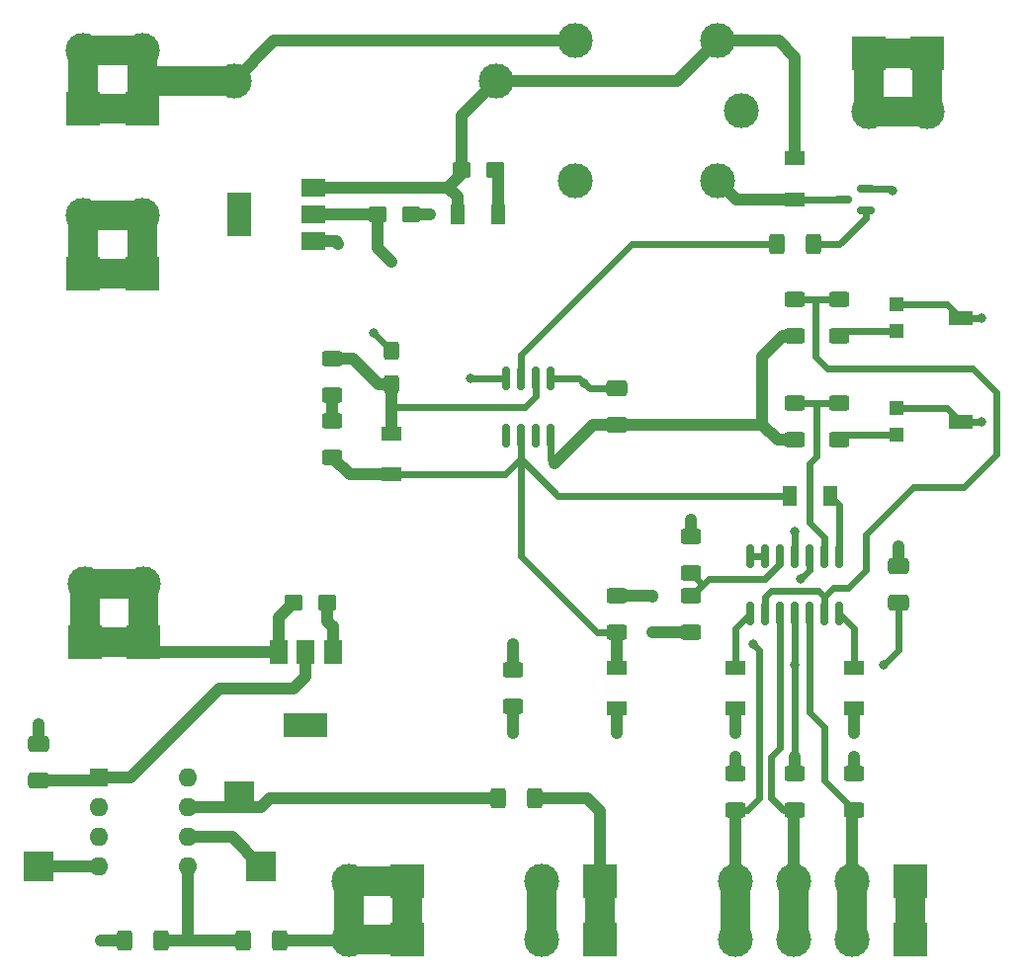
<source format=gtl>
%TF.GenerationSoftware,KiCad,Pcbnew,(6.0.4)*%
%TF.CreationDate,2022-07-09T00:06:40+02:00*%
%TF.ProjectId,BSPDandIndication,42535044-616e-4644-996e-646963617469,1.0*%
%TF.SameCoordinates,Original*%
%TF.FileFunction,Copper,L1,Top*%
%TF.FilePolarity,Positive*%
%FSLAX46Y46*%
G04 Gerber Fmt 4.6, Leading zero omitted, Abs format (unit mm)*
G04 Created by KiCad (PCBNEW (6.0.4)) date 2022-07-09 00:06:40*
%MOMM*%
%LPD*%
G01*
G04 APERTURE LIST*
G04 Aperture macros list*
%AMRoundRect*
0 Rectangle with rounded corners*
0 $1 Rounding radius*
0 $2 $3 $4 $5 $6 $7 $8 $9 X,Y pos of 4 corners*
0 Add a 4 corners polygon primitive as box body*
4,1,4,$2,$3,$4,$5,$6,$7,$8,$9,$2,$3,0*
0 Add four circle primitives for the rounded corners*
1,1,$1+$1,$2,$3*
1,1,$1+$1,$4,$5*
1,1,$1+$1,$6,$7*
1,1,$1+$1,$8,$9*
0 Add four rect primitives between the rounded corners*
20,1,$1+$1,$2,$3,$4,$5,0*
20,1,$1+$1,$4,$5,$6,$7,0*
20,1,$1+$1,$6,$7,$8,$9,0*
20,1,$1+$1,$8,$9,$2,$3,0*%
G04 Aperture macros list end*
%TA.AperFunction,SMDPad,CuDef*%
%ADD10R,2.000000X1.500000*%
%TD*%
%TA.AperFunction,SMDPad,CuDef*%
%ADD11R,2.000000X3.800000*%
%TD*%
%TA.AperFunction,SMDPad,CuDef*%
%ADD12R,1.300000X1.300000*%
%TD*%
%TA.AperFunction,SMDPad,CuDef*%
%ADD13R,2.000000X1.300000*%
%TD*%
%TA.AperFunction,ComponentPad*%
%ADD14R,3.000000X3.000000*%
%TD*%
%TA.AperFunction,ComponentPad*%
%ADD15C,3.000000*%
%TD*%
%TA.AperFunction,SMDPad,CuDef*%
%ADD16RoundRect,0.250000X0.625000X-0.400000X0.625000X0.400000X-0.625000X0.400000X-0.625000X-0.400000X0*%
%TD*%
%TA.AperFunction,SMDPad,CuDef*%
%ADD17RoundRect,0.250000X-0.625000X0.400000X-0.625000X-0.400000X0.625000X-0.400000X0.625000X0.400000X0*%
%TD*%
%TA.AperFunction,SMDPad,CuDef*%
%ADD18RoundRect,0.150000X0.150000X-0.825000X0.150000X0.825000X-0.150000X0.825000X-0.150000X-0.825000X0*%
%TD*%
%TA.AperFunction,SMDPad,CuDef*%
%ADD19R,2.500000X2.500000*%
%TD*%
%TA.AperFunction,SMDPad,CuDef*%
%ADD20RoundRect,0.250000X0.650000X-0.412500X0.650000X0.412500X-0.650000X0.412500X-0.650000X-0.412500X0*%
%TD*%
%TA.AperFunction,SMDPad,CuDef*%
%ADD21RoundRect,0.250000X-0.400000X-0.625000X0.400000X-0.625000X0.400000X0.625000X-0.400000X0.625000X0*%
%TD*%
%TA.AperFunction,SMDPad,CuDef*%
%ADD22RoundRect,0.250000X0.425000X-0.537500X0.425000X0.537500X-0.425000X0.537500X-0.425000X-0.537500X0*%
%TD*%
%TA.AperFunction,SMDPad,CuDef*%
%ADD23R,1.500000X2.000000*%
%TD*%
%TA.AperFunction,SMDPad,CuDef*%
%ADD24R,3.800000X2.000000*%
%TD*%
%TA.AperFunction,ComponentPad*%
%ADD25R,1.600000X1.600000*%
%TD*%
%TA.AperFunction,ComponentPad*%
%ADD26O,1.600000X1.600000*%
%TD*%
%TA.AperFunction,SMDPad,CuDef*%
%ADD27R,1.300000X1.700000*%
%TD*%
%TA.AperFunction,SMDPad,CuDef*%
%ADD28RoundRect,0.250000X-0.537500X-0.425000X0.537500X-0.425000X0.537500X0.425000X-0.537500X0.425000X0*%
%TD*%
%TA.AperFunction,SMDPad,CuDef*%
%ADD29RoundRect,0.250000X0.400000X0.625000X-0.400000X0.625000X-0.400000X-0.625000X0.400000X-0.625000X0*%
%TD*%
%TA.AperFunction,SMDPad,CuDef*%
%ADD30RoundRect,0.150000X0.587500X0.150000X-0.587500X0.150000X-0.587500X-0.150000X0.587500X-0.150000X0*%
%TD*%
%TA.AperFunction,SMDPad,CuDef*%
%ADD31R,1.700000X1.300000*%
%TD*%
%TA.AperFunction,SMDPad,CuDef*%
%ADD32RoundRect,0.150000X-0.150000X0.825000X-0.150000X-0.825000X0.150000X-0.825000X0.150000X0.825000X0*%
%TD*%
%TA.AperFunction,ViaPad*%
%ADD33C,0.800000*%
%TD*%
%TA.AperFunction,Conductor*%
%ADD34C,1.000000*%
%TD*%
%TA.AperFunction,Conductor*%
%ADD35C,0.600000*%
%TD*%
%TA.AperFunction,Conductor*%
%ADD36C,2.500000*%
%TD*%
G04 APERTURE END LIST*
D10*
%TO.P,U1,1,GND*%
%TO.N,GND*%
X46711000Y-34685000D03*
%TO.P,U1,2,VO*%
%TO.N,+5V*%
X46711000Y-32385000D03*
%TO.P,U1,3,VI*%
%TO.N,+12V*%
X46711000Y-30085000D03*
D11*
%TO.P,U1,4*%
%TO.N,N/C*%
X40411000Y-32385000D03*
%TD*%
D12*
%TO.P,RV2,1,1*%
%TO.N,Net-(R9-Pad2)*%
X96691000Y-51315000D03*
D13*
%TO.P,RV2,2,2*%
%TO.N,GND*%
X102191000Y-50165000D03*
D12*
%TO.P,RV2,3,3*%
X96691000Y-49015000D03*
%TD*%
D14*
%TO.P,J5,1,Pin_1*%
%TO.N,LED*%
X71318500Y-89522500D03*
X71318500Y-94522500D03*
D15*
%TO.P,J5,2,Pin_2*%
%TO.N,GND*%
X66318500Y-94522500D03*
X66318500Y-89522500D03*
%TD*%
D16*
%TO.P,R16,1*%
%TO.N,Net-(R15-Pad2)*%
X48387000Y-47879000D03*
%TO.P,R16,2*%
%TO.N,Net-(C7-Pad1)*%
X48387000Y-44779000D03*
%TD*%
D14*
%TO.P,J4,1,Pin_1*%
%TO.N,GND*%
X97908500Y-89522500D03*
X97908500Y-94522500D03*
D15*
%TO.P,J4,2,Pin_2*%
%TO.N,Brake2*%
X92908500Y-89522500D03*
X92908500Y-94522500D03*
%TO.P,J4,3,Pin_3*%
%TO.N,Brake1*%
X87908500Y-94522500D03*
X87908500Y-89522500D03*
%TO.P,J4,4,Pin_4*%
%TO.N,TPS*%
X82908500Y-89522500D03*
X82908500Y-94522500D03*
%TD*%
D17*
%TO.P,R5,1*%
%TO.N,Brake_ref*%
X91821000Y-39725000D03*
%TO.P,R5,2*%
%TO.N,Net-(R5-Pad2)*%
X91821000Y-42825000D03*
%TD*%
D18*
%TO.P,U4,1*%
%TO.N,Net-(D2-Pad2)*%
X84201000Y-66610000D03*
%TO.P,U4,2,-*%
%TO.N,Brake_ref*%
X85471000Y-66610000D03*
%TO.P,U4,3,+*%
%TO.N,Brake1*%
X86741000Y-66610000D03*
%TO.P,U4,4,V+*%
%TO.N,+5V*%
X88011000Y-66610000D03*
%TO.P,U4,5,+*%
%TO.N,Brake2*%
X89281000Y-66610000D03*
%TO.P,U4,6,-*%
%TO.N,Brake_ref*%
X90551000Y-66610000D03*
%TO.P,U4,7*%
%TO.N,Net-(D3-Pad2)*%
X91821000Y-66610000D03*
%TO.P,U4,8*%
%TO.N,Net-(D6-Pad1)*%
X91821000Y-61660000D03*
%TO.P,U4,9,-*%
%TO.N,TPS_ref*%
X90551000Y-61660000D03*
%TO.P,U4,10,+*%
%TO.N,TPS*%
X89281000Y-61660000D03*
%TO.P,U4,11,V-*%
%TO.N,GND*%
X88011000Y-61660000D03*
%TO.P,U4,12,+*%
%TO.N,Net-(R10-Pad2)*%
X86741000Y-61660000D03*
%TO.P,U4,13,-*%
%TO.N,Net-(U4-Pad13)*%
X85471000Y-61660000D03*
%TO.P,U4,14*%
X84201000Y-61660000D03*
%TD*%
D19*
%TO.P,TP2,1,1*%
%TO.N,Net-(R6-Pad2)*%
X40386000Y-82296000D03*
%TD*%
D16*
%TO.P,R11,1*%
%TO.N,Net-(R10-Pad2)*%
X79121000Y-63145000D03*
%TO.P,R11,2*%
%TO.N,GND*%
X79121000Y-60045000D03*
%TD*%
%TO.P,R10,1*%
%TO.N,+5V*%
X79121000Y-68225000D03*
%TO.P,R10,2*%
%TO.N,Net-(R10-Pad2)*%
X79121000Y-65125000D03*
%TD*%
D20*
%TO.P,C4,1*%
%TO.N,Net-(C4-Pad1)*%
X23241000Y-80937500D03*
%TO.P,C4,2*%
%TO.N,GND*%
X23241000Y-77812500D03*
%TD*%
D21*
%TO.P,R13,1*%
%TO.N,RELAY*%
X86461000Y-34925000D03*
%TO.P,R13,2*%
%TO.N,Net-(Q1-Pad1)*%
X89561000Y-34925000D03*
%TD*%
D22*
%TO.P,C7,1*%
%TO.N,Net-(C7-Pad1)*%
X53467000Y-46944000D03*
%TO.P,C7,2*%
%TO.N,GND*%
X53467000Y-44069000D03*
%TD*%
D20*
%TO.P,C5,1*%
%TO.N,+5V*%
X72771000Y-50457500D03*
%TO.P,C5,2*%
%TO.N,GND*%
X72771000Y-47332500D03*
%TD*%
D16*
%TO.P,R4,1*%
%TO.N,+5V*%
X88011000Y-42825000D03*
%TO.P,R4,2*%
%TO.N,Brake_ref*%
X88011000Y-39725000D03*
%TD*%
D23*
%TO.P,U2,1,GND*%
%TO.N,GND*%
X48401000Y-69875000D03*
%TO.P,U2,2,VO*%
%TO.N,Net-(C4-Pad1)*%
X46101000Y-69875000D03*
%TO.P,U2,3,VI*%
%TO.N,12V_Telem*%
X43801000Y-69875000D03*
D24*
%TO.P,U2,4*%
%TO.N,N/C*%
X46101000Y-76175000D03*
%TD*%
D25*
%TO.P,U3,1,VDD*%
%TO.N,Net-(C4-Pad1)*%
X28331000Y-80655000D03*
D26*
%TO.P,U3,2,GP5*%
%TO.N,unconnected-(U3-Pad2)*%
X28331000Y-83195000D03*
%TO.P,U3,3,GP4*%
%TO.N,unconnected-(U3-Pad3)*%
X28331000Y-85735000D03*
%TO.P,U3,4,GP3*%
%TO.N,Net-(TP3-Pad1)*%
X28331000Y-88275000D03*
%TO.P,U3,5,GP2*%
%TO.N,Net-(R17-Pad2)*%
X35951000Y-88275000D03*
%TO.P,U3,6,GP1*%
%TO.N,Net-(TP1-Pad1)*%
X35951000Y-85735000D03*
%TO.P,U3,7,GP0*%
%TO.N,Net-(R6-Pad2)*%
X35951000Y-83195000D03*
%TO.P,U3,8,VSS*%
%TO.N,GND*%
X35951000Y-80655000D03*
%TD*%
D19*
%TO.P,TP1,1,1*%
%TO.N,Net-(TP1-Pad1)*%
X42291000Y-88265000D03*
%TD*%
D16*
%TO.P,R8,1*%
%TO.N,+5V*%
X88011000Y-51715000D03*
%TO.P,R8,2*%
%TO.N,TPS_ref*%
X88011000Y-48615000D03*
%TD*%
D17*
%TO.P,R2,1*%
%TO.N,+5V*%
X88011000Y-80365000D03*
%TO.P,R2,2*%
%TO.N,Brake1*%
X88011000Y-83465000D03*
%TD*%
D12*
%TO.P,RV1,1,1*%
%TO.N,Net-(R5-Pad2)*%
X96691000Y-42425000D03*
D13*
%TO.P,RV1,2,2*%
%TO.N,GND*%
X102191000Y-41275000D03*
D12*
%TO.P,RV1,3,3*%
X96691000Y-40125000D03*
%TD*%
D14*
%TO.P,J6,1,Pin_1*%
%TO.N,Net-(K1-Pad11)*%
X99348500Y-18597500D03*
X94348500Y-18597500D03*
D15*
%TO.P,J6,2,Pin_2*%
X94348500Y-23597500D03*
X99348500Y-23597500D03*
%TD*%
D27*
%TO.P,D6,1,K*%
%TO.N,Net-(D6-Pad1)*%
X91031000Y-56515000D03*
%TO.P,D6,2,A*%
%TO.N,/(A+B)C*%
X87531000Y-56515000D03*
%TD*%
D14*
%TO.P,J3,1,Pin_1*%
%TO.N,12V_Telem*%
X27143500Y-69032500D03*
X32143500Y-69032500D03*
D15*
%TO.P,J3,2,Pin_2*%
X27143500Y-64032500D03*
X32143500Y-64032500D03*
%TD*%
D17*
%TO.P,R3,1*%
%TO.N,+5V*%
X93091000Y-80365000D03*
%TO.P,R3,2*%
%TO.N,Brake2*%
X93091000Y-83465000D03*
%TD*%
D28*
%TO.P,C1,1*%
%TO.N,+12V*%
X59423500Y-28575000D03*
%TO.P,C1,2*%
%TO.N,GND*%
X62298500Y-28575000D03*
%TD*%
D14*
%TO.P,J1,1,Pin_1*%
%TO.N,+12C*%
X32051000Y-23312500D03*
X27051000Y-23312500D03*
D15*
%TO.P,J1,2,Pin_2*%
X27051000Y-18312500D03*
X32051000Y-18312500D03*
%TD*%
D29*
%TO.P,R6,1*%
%TO.N,LED*%
X65685000Y-82423000D03*
%TO.P,R6,2*%
%TO.N,Net-(R6-Pad2)*%
X62585000Y-82423000D03*
%TD*%
D20*
%TO.P,C3,1*%
%TO.N,+5V*%
X96901000Y-65697500D03*
%TO.P,C3,2*%
%TO.N,GND*%
X96901000Y-62572500D03*
%TD*%
D27*
%TO.P,D1,1,K*%
%TO.N,+12V*%
X59111000Y-32385000D03*
%TO.P,D1,2,A*%
%TO.N,GND*%
X62611000Y-32385000D03*
%TD*%
D17*
%TO.P,R14,1*%
%TO.N,+5V*%
X72771000Y-65125000D03*
%TO.P,R14,2*%
%TO.N,/(A+B)C*%
X72771000Y-68225000D03*
%TD*%
%TO.P,R9,1*%
%TO.N,TPS_ref*%
X91821000Y-48615000D03*
%TO.P,R9,2*%
%TO.N,Net-(R9-Pad2)*%
X91821000Y-51715000D03*
%TD*%
D30*
%TO.P,Q1,1,B*%
%TO.N,Net-(Q1-Pad1)*%
X94028500Y-32065000D03*
%TO.P,Q1,2,E*%
%TO.N,GND*%
X94028500Y-30165000D03*
%TO.P,Q1,3,C*%
%TO.N,Net-(D4-Pad2)*%
X92153500Y-31115000D03*
%TD*%
D28*
%TO.P,C6,1*%
%TO.N,+5V*%
X52283500Y-32385000D03*
%TO.P,C6,2*%
%TO.N,GND*%
X55158500Y-32385000D03*
%TD*%
%TO.P,C2,1*%
%TO.N,12V_Telem*%
X45085000Y-65659000D03*
%TO.P,C2,2*%
%TO.N,GND*%
X47960000Y-65659000D03*
%TD*%
D31*
%TO.P,D5,1,K*%
%TO.N,Net-(D2-Pad1)*%
X72771000Y-74775000D03*
%TO.P,D5,2,A*%
%TO.N,/(A+B)C*%
X72771000Y-71275000D03*
%TD*%
D21*
%TO.P,R17,1*%
%TO.N,GND*%
X30581000Y-94615000D03*
%TO.P,R17,2*%
%TO.N,Net-(R17-Pad2)*%
X33681000Y-94615000D03*
%TD*%
D14*
%TO.P,J2,1,Pin_1*%
%TO.N,GND*%
X32051000Y-37465000D03*
X27051000Y-37465000D03*
D15*
%TO.P,J2,2,Pin_2*%
X32051000Y-32465000D03*
X27051000Y-32465000D03*
%TD*%
D17*
%TO.P,R1,1*%
%TO.N,+5V*%
X82931000Y-80365000D03*
%TO.P,R1,2*%
%TO.N,TPS*%
X82931000Y-83465000D03*
%TD*%
D31*
%TO.P,D7,1,K*%
%TO.N,Net-(C7-Pad1)*%
X53467000Y-51209000D03*
%TO.P,D7,2,A*%
%TO.N,/(A+B)C*%
X53467000Y-54709000D03*
%TD*%
D32*
%TO.P,U5,1,GND*%
%TO.N,GND*%
X67056000Y-46420000D03*
%TO.P,U5,2,TR*%
%TO.N,Net-(C7-Pad1)*%
X65786000Y-46420000D03*
%TO.P,U5,3,Q*%
%TO.N,RELAY*%
X64516000Y-46420000D03*
%TO.P,U5,4,R*%
%TO.N,+5V*%
X63246000Y-46420000D03*
%TO.P,U5,5,CV*%
%TO.N,unconnected-(U5-Pad5)*%
X63246000Y-51370000D03*
%TO.P,U5,6,THR*%
%TO.N,/(A+B)C*%
X64516000Y-51370000D03*
%TO.P,U5,7,DIS*%
%TO.N,unconnected-(U5-Pad7)*%
X65786000Y-51370000D03*
%TO.P,U5,8,VCC*%
%TO.N,+5V*%
X67056000Y-51370000D03*
%TD*%
D19*
%TO.P,TP3,1,1*%
%TO.N,Net-(TP3-Pad1)*%
X23241000Y-88265000D03*
%TD*%
D15*
%TO.P,F1,1*%
%TO.N,+12C*%
X39931000Y-20955000D03*
%TO.P,F1,2*%
%TO.N,+12V*%
X62431000Y-20955000D03*
%TD*%
D31*
%TO.P,D2,1,K*%
%TO.N,Net-(D2-Pad1)*%
X82931000Y-74775000D03*
%TO.P,D2,2,A*%
%TO.N,Net-(D2-Pad2)*%
X82931000Y-71275000D03*
%TD*%
%TO.P,D3,1,K*%
%TO.N,Net-(D2-Pad1)*%
X93091000Y-74775000D03*
%TO.P,D3,2,A*%
%TO.N,Net-(D3-Pad2)*%
X93091000Y-71275000D03*
%TD*%
%TO.P,D4,1,K*%
%TO.N,+12V*%
X88011000Y-27615000D03*
%TO.P,D4,2,A*%
%TO.N,Net-(D4-Pad2)*%
X88011000Y-31115000D03*
%TD*%
D16*
%TO.P,R12,1*%
%TO.N,Net-(D2-Pad1)*%
X63881000Y-74575000D03*
%TO.P,R12,2*%
%TO.N,GND*%
X63881000Y-71475000D03*
%TD*%
D14*
%TO.P,J7,1,Pin_1*%
%TO.N,Net-(J7-Pad1)*%
X54808500Y-89522500D03*
X54808500Y-94522500D03*
D15*
%TO.P,J7,2,Pin_2*%
X49808500Y-94522500D03*
X49808500Y-89522500D03*
%TD*%
%TO.P,K1,11*%
%TO.N,Net-(K1-Pad11)*%
X83361000Y-23495000D03*
%TO.P,K1,12*%
%TO.N,unconnected-(K1-Pad12)*%
X69161000Y-29495000D03*
%TO.P,K1,14*%
%TO.N,+12C*%
X69161000Y-17495000D03*
%TO.P,K1,A1*%
%TO.N,+12V*%
X81361000Y-17495000D03*
%TO.P,K1,A2*%
%TO.N,Net-(D4-Pad2)*%
X81361000Y-29495000D03*
%TD*%
D21*
%TO.P,R7,1*%
%TO.N,Net-(R17-Pad2)*%
X40741000Y-94615000D03*
%TO.P,R7,2*%
%TO.N,Net-(J7-Pad1)*%
X43841000Y-94615000D03*
%TD*%
D16*
%TO.P,R15,1*%
%TO.N,/(A+B)C*%
X48387000Y-53239000D03*
%TO.P,R15,2*%
%TO.N,Net-(R15-Pad2)*%
X48387000Y-50139000D03*
%TD*%
D33*
%TO.N,GND*%
X28575000Y-94615000D03*
X51943000Y-42545000D03*
X48895000Y-34925000D03*
X48387000Y-67691000D03*
X96393000Y-30353000D03*
X62611000Y-30861000D03*
X79121000Y-58547000D03*
X23241000Y-76073000D03*
X104013000Y-41275000D03*
X69977000Y-46863000D03*
X88011000Y-59563000D03*
X96901000Y-60833000D03*
X56769000Y-32385000D03*
X63881000Y-69215000D03*
X104013000Y-50165000D03*
%TO.N,+5V*%
X88011000Y-70993000D03*
X95631000Y-70993000D03*
X60182528Y-46497472D03*
X88011000Y-78867000D03*
X53467000Y-36449000D03*
X82931000Y-78867000D03*
X93091000Y-78867000D03*
X75819000Y-65151000D03*
X75819000Y-68199000D03*
X67421528Y-53736472D03*
%TO.N,Net-(D2-Pad1)*%
X93091000Y-76835000D03*
X63881000Y-76835000D03*
X72771000Y-76835000D03*
X82931000Y-76835000D03*
%TO.N,TPS*%
X84455000Y-69215000D03*
X88519000Y-63627000D03*
%TD*%
D34*
%TO.N,+12V*%
X59423500Y-23962500D02*
X62431000Y-20955000D01*
X59423500Y-28940500D02*
X58279000Y-30085000D01*
X59423500Y-28575000D02*
X59423500Y-28940500D01*
X77901000Y-20955000D02*
X81361000Y-17495000D01*
X86583000Y-17495000D02*
X88011000Y-18923000D01*
X62431000Y-20955000D02*
X77901000Y-20955000D01*
X81361000Y-17495000D02*
X86583000Y-17495000D01*
X58279000Y-30085000D02*
X59111000Y-30917000D01*
X88011000Y-18923000D02*
X88011000Y-27615000D01*
X59423500Y-28575000D02*
X59423500Y-23962500D01*
X59111000Y-30917000D02*
X59111000Y-32385000D01*
X46711000Y-30085000D02*
X58279000Y-30085000D01*
%TO.N,GND*%
X30581000Y-94615000D02*
X28575000Y-94615000D01*
X55158500Y-32385000D02*
X56769000Y-32385000D01*
X46711000Y-34685000D02*
X48655000Y-34685000D01*
X63881000Y-71475000D02*
X63881000Y-69215000D01*
D35*
X101041000Y-40125000D02*
X102191000Y-41275000D01*
D36*
X97908500Y-94522500D02*
X97908500Y-89522500D01*
D34*
X48401000Y-69875000D02*
X48401000Y-67705000D01*
X62611000Y-32385000D02*
X62611000Y-30861000D01*
D36*
X32051000Y-37465000D02*
X32051000Y-32465000D01*
D34*
X62611000Y-28887500D02*
X62298500Y-28575000D01*
D35*
X53467000Y-44069000D02*
X51943000Y-42545000D01*
X96205000Y-30165000D02*
X96393000Y-30353000D01*
D34*
X96901000Y-62572500D02*
X96901000Y-60833000D01*
D35*
X88011000Y-61660000D02*
X88011000Y-59563000D01*
X72771000Y-47332500D02*
X70446500Y-47332500D01*
X102191000Y-41275000D02*
X104013000Y-41275000D01*
D34*
X62611000Y-30861000D02*
X62611000Y-28887500D01*
D35*
X94028500Y-30165000D02*
X96205000Y-30165000D01*
D34*
X47960000Y-67264000D02*
X48387000Y-67691000D01*
D36*
X27051000Y-37465000D02*
X27051000Y-32465000D01*
D35*
X96691000Y-40125000D02*
X101041000Y-40125000D01*
X102191000Y-50165000D02*
X104013000Y-50165000D01*
D34*
X48401000Y-67705000D02*
X48387000Y-67691000D01*
D36*
X27051000Y-37465000D02*
X32051000Y-37465000D01*
D34*
X23241000Y-77812500D02*
X23241000Y-76073000D01*
D36*
X27051000Y-32465000D02*
X32051000Y-32465000D01*
D35*
X70446500Y-47332500D02*
X69977000Y-46863000D01*
X96691000Y-49015000D02*
X101041000Y-49015000D01*
D34*
X47960000Y-65659000D02*
X47960000Y-67264000D01*
D36*
X66318500Y-89522500D02*
X66318500Y-94522500D01*
D35*
X69534000Y-46420000D02*
X69977000Y-46863000D01*
D34*
X48655000Y-34685000D02*
X48895000Y-34925000D01*
D35*
X67056000Y-46420000D02*
X69534000Y-46420000D01*
D34*
X79121000Y-58547000D02*
X79121000Y-60045000D01*
D35*
X101041000Y-49015000D02*
X102191000Y-50165000D01*
D34*
%TO.N,12V_Telem*%
X43801000Y-66943000D02*
X43801000Y-69875000D01*
D36*
X27143500Y-69032500D02*
X27143500Y-64032500D01*
D34*
X32298500Y-69187500D02*
X32143500Y-69032500D01*
X32986000Y-69875000D02*
X32143500Y-69032500D01*
D36*
X27143500Y-69032500D02*
X32143500Y-69032500D01*
D34*
X45085000Y-65659000D02*
X43801000Y-66943000D01*
X43801000Y-69875000D02*
X32986000Y-69875000D01*
D36*
X32143500Y-64032500D02*
X32143500Y-69032500D01*
X27143500Y-64032500D02*
X32143500Y-64032500D01*
D34*
%TO.N,+5V*%
X70700500Y-50457500D02*
X67421528Y-53736472D01*
D35*
X67056000Y-53370944D02*
X67421528Y-53736472D01*
X96901000Y-65697500D02*
X96901000Y-69723000D01*
X60260000Y-46420000D02*
X60182528Y-46497472D01*
D34*
X72771000Y-50457500D02*
X70700500Y-50457500D01*
D35*
X88011000Y-70231000D02*
X88011000Y-78867000D01*
D34*
X93091000Y-80365000D02*
X93091000Y-78867000D01*
X75793000Y-65125000D02*
X75819000Y-65151000D01*
D35*
X88011000Y-70231000D02*
X88011000Y-66610000D01*
D34*
X82931000Y-80365000D02*
X82931000Y-78867000D01*
X46711000Y-32385000D02*
X52283500Y-32385000D01*
X88011000Y-80365000D02*
X88011000Y-78867000D01*
X86969000Y-42825000D02*
X85217000Y-44577000D01*
D35*
X88011000Y-70993000D02*
X88011000Y-70231000D01*
X63246000Y-46420000D02*
X60260000Y-46420000D01*
D34*
X72771000Y-50457500D02*
X85178500Y-50457500D01*
X75845000Y-68225000D02*
X75819000Y-68199000D01*
X72771000Y-65125000D02*
X75793000Y-65125000D01*
X52283500Y-35265500D02*
X53467000Y-36449000D01*
X79121000Y-68225000D02*
X75845000Y-68225000D01*
X85217000Y-44577000D02*
X85217000Y-50419000D01*
D35*
X96901000Y-69723000D02*
X95631000Y-70993000D01*
D34*
X52283500Y-32385000D02*
X52283500Y-35265500D01*
X88011000Y-42825000D02*
X86969000Y-42825000D01*
X86513000Y-51715000D02*
X88011000Y-51715000D01*
D35*
X67056000Y-51370000D02*
X67056000Y-53370944D01*
D34*
X85217000Y-50419000D02*
X86513000Y-51715000D01*
X85178500Y-50457500D02*
X85217000Y-50419000D01*
%TO.N,Net-(C4-Pad1)*%
X46101000Y-72009000D02*
X46101000Y-69875000D01*
X31105000Y-80655000D02*
X38735000Y-73025000D01*
X45085000Y-73025000D02*
X46101000Y-72009000D01*
X23241000Y-80937500D02*
X28048500Y-80937500D01*
X28048500Y-80937500D02*
X28331000Y-80655000D01*
X38735000Y-73025000D02*
X45085000Y-73025000D01*
X28331000Y-80655000D02*
X31105000Y-80655000D01*
%TO.N,Net-(C7-Pad1)*%
X48421500Y-44744500D02*
X48387000Y-44779000D01*
X50165000Y-44744500D02*
X48421500Y-44744500D01*
X53467000Y-51209000D02*
X53467000Y-48895000D01*
X53467000Y-46944000D02*
X52364500Y-46944000D01*
X52364500Y-46944000D02*
X50165000Y-44744500D01*
X53467000Y-48895000D02*
X53467000Y-46944000D01*
D35*
X64897000Y-48895000D02*
X53467000Y-48895000D01*
X65786000Y-46420000D02*
X65786000Y-48006000D01*
X65786000Y-48006000D02*
X64897000Y-48895000D01*
D34*
%TO.N,Net-(D2-Pad1)*%
X93091000Y-74775000D02*
X93091000Y-76835000D01*
X72771000Y-74775000D02*
X72771000Y-76835000D01*
X82931000Y-74775000D02*
X82931000Y-76835000D01*
X63881000Y-74575000D02*
X63881000Y-76835000D01*
D35*
%TO.N,Net-(D2-Pad2)*%
X82931000Y-71275000D02*
X82931000Y-67880000D01*
X82931000Y-67880000D02*
X84201000Y-66610000D01*
%TO.N,Net-(D3-Pad2)*%
X93091000Y-67880000D02*
X91821000Y-66610000D01*
X93091000Y-71275000D02*
X93091000Y-67880000D01*
D34*
%TO.N,Net-(D4-Pad2)*%
X81361000Y-29495000D02*
X82981000Y-31115000D01*
X82981000Y-31115000D02*
X88011000Y-31115000D01*
D35*
X92153500Y-31115000D02*
X88011000Y-31115000D01*
D34*
%TO.N,/(A+B)C*%
X53467000Y-54709000D02*
X49857000Y-54709000D01*
D35*
X71019000Y-68225000D02*
X72771000Y-68225000D01*
X64516000Y-61722000D02*
X71019000Y-68225000D01*
X64516000Y-53340000D02*
X64516000Y-61722000D01*
D34*
X49857000Y-54709000D02*
X48387000Y-53239000D01*
D35*
X64516000Y-53340000D02*
X63147000Y-54709000D01*
X87531000Y-56515000D02*
X67691000Y-56515000D01*
X63147000Y-54709000D02*
X53467000Y-54709000D01*
D34*
X72771000Y-68225000D02*
X72771000Y-71275000D01*
D35*
X67691000Y-56515000D02*
X64516000Y-53340000D01*
X64516000Y-51370000D02*
X64516000Y-53340000D01*
%TO.N,Net-(D6-Pad1)*%
X91821000Y-61660000D02*
X91821000Y-57305000D01*
X91821000Y-57305000D02*
X91031000Y-56515000D01*
D34*
%TO.N,+12C*%
X69161000Y-17495000D02*
X43391000Y-17495000D01*
D36*
X27051000Y-23312500D02*
X32051000Y-23312500D01*
X32131000Y-20955000D02*
X32051000Y-21035000D01*
X39931000Y-20955000D02*
X32131000Y-20955000D01*
X27051000Y-18312500D02*
X32051000Y-18312500D01*
X32051000Y-18312500D02*
X32051000Y-21035000D01*
D34*
X43391000Y-17495000D02*
X39931000Y-20955000D01*
D36*
X27051000Y-18312500D02*
X27051000Y-23312500D01*
X32051000Y-21035000D02*
X32051000Y-23312500D01*
D35*
%TO.N,Brake2*%
X93091000Y-83465000D02*
X92908500Y-83647500D01*
X93091000Y-83465000D02*
X90551000Y-80925000D01*
X89281000Y-75057000D02*
X89281000Y-66610000D01*
D36*
X92908500Y-94522500D02*
X92908500Y-89522500D01*
D35*
X90551000Y-76327000D02*
X89281000Y-75057000D01*
X90551000Y-80925000D02*
X90551000Y-76327000D01*
D34*
X92908500Y-83647500D02*
X92908500Y-89522500D01*
D35*
%TO.N,Brake1*%
X88011000Y-83465000D02*
X87021000Y-83465000D01*
D34*
X87908500Y-83567500D02*
X87908500Y-89522500D01*
D35*
X85979000Y-82423000D02*
X85979000Y-78867000D01*
X88011000Y-83465000D02*
X87908500Y-83567500D01*
X87021000Y-83465000D02*
X85979000Y-82423000D01*
X85979000Y-78867000D02*
X86741000Y-78105000D01*
D36*
X87908500Y-94522500D02*
X87908500Y-89522500D01*
D35*
X86741000Y-78105000D02*
X86741000Y-66610000D01*
D36*
%TO.N,TPS*%
X82908500Y-94522500D02*
X82908500Y-89522500D01*
D35*
X84963000Y-69723000D02*
X84455000Y-69215000D01*
X89281000Y-62865000D02*
X89281000Y-61660000D01*
X83921000Y-83465000D02*
X84963000Y-82423000D01*
X84963000Y-82423000D02*
X84963000Y-69723000D01*
X82931000Y-83465000D02*
X82908500Y-83487500D01*
D34*
X82908500Y-83487500D02*
X82908500Y-89522500D01*
D35*
X88519000Y-63627000D02*
X89281000Y-62865000D01*
X82931000Y-83465000D02*
X83921000Y-83465000D01*
D34*
%TO.N,LED*%
X70231000Y-82423000D02*
X71318500Y-83510500D01*
X71318500Y-83510500D02*
X71318500Y-89522500D01*
D36*
X71318500Y-94522500D02*
X71318500Y-89522500D01*
D34*
X65685000Y-82423000D02*
X70231000Y-82423000D01*
D35*
%TO.N,Net-(Q1-Pad1)*%
X91821000Y-34925000D02*
X89561000Y-34925000D01*
X94028500Y-32717500D02*
X91821000Y-34925000D01*
X94028500Y-32065000D02*
X94028500Y-32717500D01*
%TO.N,Brake_ref*%
X90043000Y-64643000D02*
X90551000Y-65151000D01*
X105283000Y-47625000D02*
X103251000Y-45593000D01*
X88011000Y-39725000D02*
X89815000Y-39725000D01*
X85979000Y-64643000D02*
X90043000Y-64643000D01*
X103251000Y-45593000D02*
X90805000Y-45593000D01*
X90551000Y-65151000D02*
X90551000Y-66610000D01*
X85471000Y-65151000D02*
X85979000Y-64643000D01*
X90551000Y-65151000D02*
X91313000Y-64389000D01*
X89789000Y-44577000D02*
X89789000Y-39751000D01*
X85471000Y-66610000D02*
X85471000Y-65151000D01*
X89815000Y-39725000D02*
X91821000Y-39725000D01*
X92583000Y-64389000D02*
X94107000Y-62865000D01*
X102489000Y-55753000D02*
X105283000Y-52959000D01*
X105283000Y-52959000D02*
X105283000Y-47625000D01*
X94107000Y-62865000D02*
X94107000Y-59817000D01*
X89789000Y-39751000D02*
X89815000Y-39725000D01*
X98171000Y-55753000D02*
X102489000Y-55753000D01*
X91313000Y-64389000D02*
X92583000Y-64389000D01*
X90805000Y-45593000D02*
X89789000Y-44577000D01*
X94107000Y-59817000D02*
X98171000Y-55753000D01*
%TO.N,Net-(R5-Pad2)*%
X96691000Y-42425000D02*
X92221000Y-42425000D01*
X92221000Y-42425000D02*
X91821000Y-42825000D01*
D34*
%TO.N,Net-(R6-Pad2)*%
X42281000Y-83195000D02*
X42291000Y-83185000D01*
X42291000Y-83185000D02*
X43053000Y-82423000D01*
X43053000Y-82423000D02*
X62585000Y-82423000D01*
X35951000Y-83195000D02*
X42281000Y-83195000D01*
D36*
%TO.N,Net-(K1-Pad11)*%
X94348500Y-18597500D02*
X94348500Y-23597500D01*
X94348500Y-23597500D02*
X99348500Y-23597500D01*
X99348500Y-18597500D02*
X99348500Y-23597500D01*
X94348500Y-18597500D02*
X99348500Y-18597500D01*
D35*
%TO.N,TPS_ref*%
X90551000Y-60071000D02*
X89281000Y-58801000D01*
X89815000Y-48615000D02*
X91821000Y-48615000D01*
X89815000Y-53187000D02*
X89815000Y-48615000D01*
X90551000Y-61660000D02*
X90551000Y-60071000D01*
X89281000Y-58801000D02*
X89281000Y-53721000D01*
X88011000Y-48615000D02*
X89815000Y-48615000D01*
X89281000Y-53721000D02*
X89815000Y-53187000D01*
%TO.N,Net-(R9-Pad2)*%
X96691000Y-51315000D02*
X92221000Y-51315000D01*
X92221000Y-51315000D02*
X91821000Y-51715000D01*
%TO.N,Net-(R10-Pad2)*%
X86741000Y-62283559D02*
X85397559Y-63627000D01*
X86741000Y-61660000D02*
X86741000Y-62283559D01*
X80111000Y-64135000D02*
X79121000Y-63145000D01*
X80619000Y-63627000D02*
X80111000Y-64135000D01*
X85397559Y-63627000D02*
X80619000Y-63627000D01*
X79121000Y-65125000D02*
X80111000Y-64135000D01*
%TO.N,RELAY*%
X74041000Y-34925000D02*
X64516000Y-44450000D01*
X86461000Y-34925000D02*
X74041000Y-34925000D01*
X64516000Y-44450000D02*
X64516000Y-46420000D01*
D34*
%TO.N,Net-(R15-Pad2)*%
X48387000Y-50139000D02*
X48387000Y-47879000D01*
%TO.N,Net-(TP1-Pad1)*%
X35951000Y-85735000D02*
X39761000Y-85735000D01*
X39761000Y-85735000D02*
X42291000Y-88265000D01*
%TO.N,Net-(TP3-Pad1)*%
X28331000Y-88275000D02*
X23251000Y-88275000D01*
X23251000Y-88275000D02*
X23241000Y-88265000D01*
D35*
%TO.N,Net-(U4-Pad13)*%
X84201000Y-61660000D02*
X85471000Y-61660000D01*
D36*
%TO.N,Net-(J7-Pad1)*%
X49808500Y-94522500D02*
X54808500Y-94522500D01*
X54808500Y-89522500D02*
X54808500Y-94522500D01*
D34*
X49716000Y-94615000D02*
X49808500Y-94522500D01*
D36*
X49808500Y-89522500D02*
X54808500Y-89522500D01*
X49808500Y-89522500D02*
X49808500Y-94522500D01*
D34*
X43841000Y-94615000D02*
X49716000Y-94615000D01*
%TO.N,Net-(R17-Pad2)*%
X35951000Y-94615000D02*
X35951000Y-88275000D01*
X33681000Y-94615000D02*
X35951000Y-94615000D01*
X40741000Y-94615000D02*
X33681000Y-94615000D01*
%TD*%
M02*

</source>
